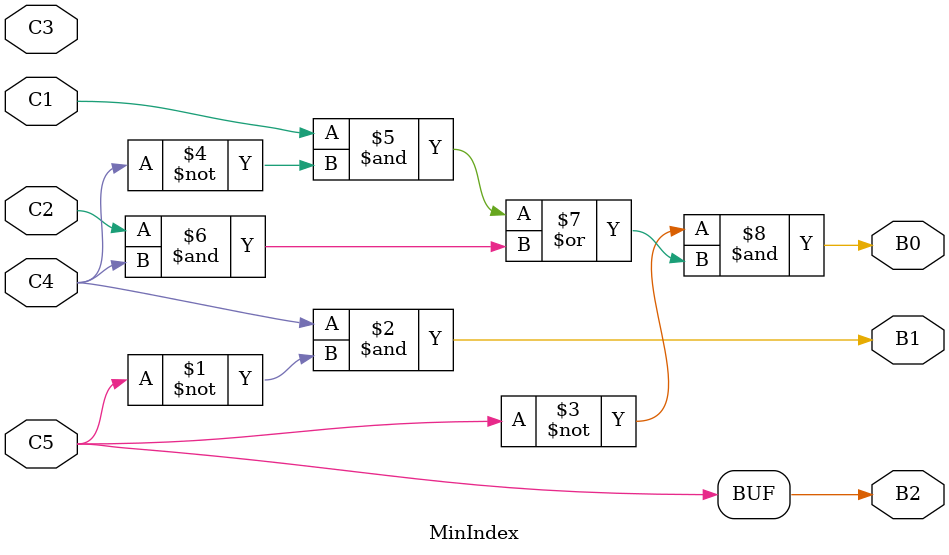
<source format=v>
module MinIndex(
    input wire C1,    // Comparison result of R0 vs R1
    input wire C2,    // Comparison result of R2 vs R3
    input wire C3,    // Comparison result of R4 vs R5
    input wire C4,    // Result of comparison between min(R0, R1) and min(R2, R3)
    input wire C5,    // Result of comparison between min(C4 result) and min(R4, R5)
    output wire B2,   // Most significant bit of the binary index
    output wire B1,   // Middle bit of the binary index
    output wire B0    // Least significant bit of the binary index
);

    // B2 is simply equal to C5
    assign B2 = C5;

    // B1 is set by the condition: C4 AND NOT C5
    assign B1 = C4 & ~C5;

    // B0 is set by: NOT C5 AND (C1 AND NOT C4 OR C2 AND C4)
    assign B0 = ~C5 & ((C1 & ~C4) | (C2 & C4));

endmodule

</source>
